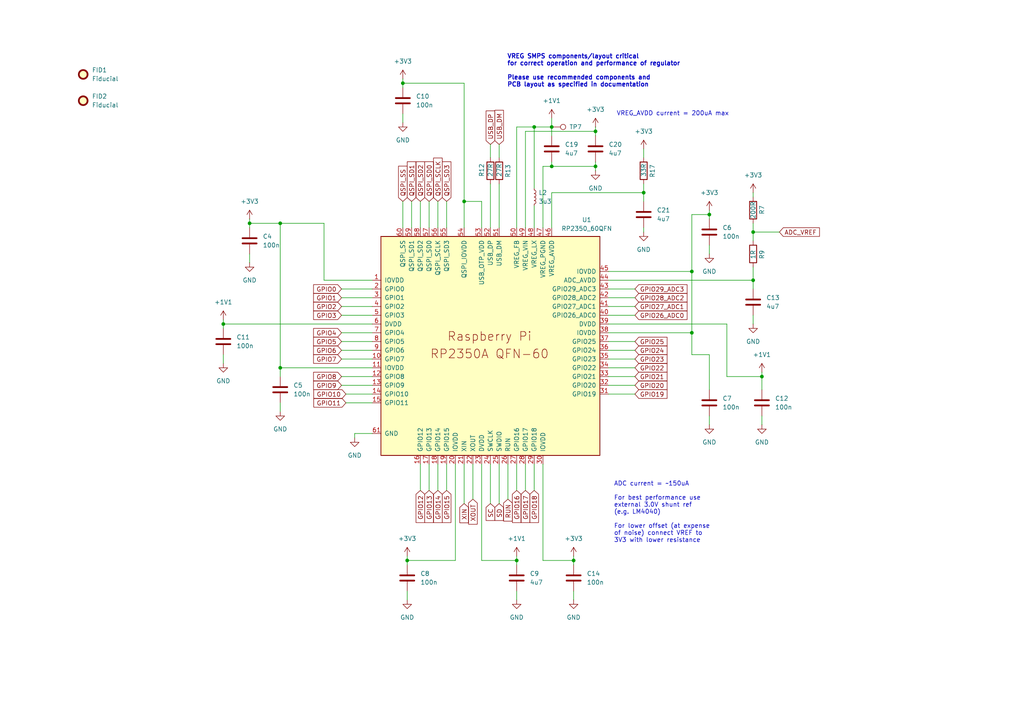
<source format=kicad_sch>
(kicad_sch (version 20231120) (generator "eeschema") (generator_version "8.0")
  (paper "A4")
  (title_block (title "project piCo 2 - RP2350") (date "2024-08-11") (rev "1") (company "Carlos Sabogal"))
  (lib_symbols
    (symbol "Connector:TestPoint" (pin_numbers hide) (pin_names (offset 0.762) hide)
      (property "Reference" "TP" (at 0 6.858 0))
      (property "Value" "TestPoint" (at 0 5.08 0))
      (symbol "TestPoint_0_1"
        (circle (center 0 3.302) (radius 0.762))
      )
      (symbol "TestPoint_1_1"
        (pin passive line (at 0 0 90) (length 2.54) (name "1") (number "1"))
      )
    )
    (symbol "Device:C" (pin_numbers hide) (pin_names (offset 0.254))
      (property "Reference" "C" (at 0.635 2.54 0))
      (property "Value" "C" (at 0.635 -2.54 0))
      (symbol "C_0_1"
        (polyline (pts (xy -2.032 -0.762) (xy 2.032 -0.762)) (stroke (width 0.508)))
        (polyline (pts (xy -2.032 0.762) (xy 2.032 0.762)) (stroke (width 0.508)))
      )
      (symbol "C_1_1"
        (pin passive line (at 0 3.81 270) (length 2.794) (name "~") (number "1"))
        (pin passive line (at 0 -3.81 90) (length 2.794) (name "~") (number "2"))
      )
    )
    (symbol "Device:L_Small" (pin_numbers hide) (pin_names (offset 0.254) hide)
      (property "Reference" "L" (at 0.762 1.016 0))
      (property "Value" "L_Small" (at 0.762 -1.016 0))
      (symbol "L_Small_0_1"
        (arc (start 0 -2.032) (mid 0.5058 -1.524) (end 0 -1.016))
        (arc (start 0 -1.016) (mid 0.5058 -0.508) (end 0 0))
        (arc (start 0 0) (mid 0.5058 0.508) (end 0 1.016))
        (arc (start 0 1.016) (mid 0.5058 1.524) (end 0 2.032))
      )
      (symbol "L_Small_1_1"
        (pin passive line (at 0 2.54 270) (length 0.508) (name "~") (number "1"))
        (pin passive line (at 0 -2.54 90) (length 0.508) (name "~") (number "2"))
      )
    )
    (symbol "Device:R" (pin_numbers hide) (pin_names (offset 0))
      (property "Reference" "R" (at 2.032 0 90))
      (property "Value" "R" (at 0 0 90))
      (symbol "R_0_1"
        (rectangle (start -1.016 -2.54) (end 1.016 2.54) (stroke (width 0.254)))
      )
      (symbol "R_1_1"
        (pin passive line (at 0 3.81 270) (length 1.27) (name "~") (number "1"))
        (pin passive line (at 0 -3.81 90) (length 1.27) (name "~") (number "2"))
      )
    )
    (symbol "GND_1" (power) (pin_numbers hide) (pin_names (offset 0) hide)
      (property "Value" "GND" (at 0 -3.81 0))
      (symbol "GND_1_0_1"
        (polyline (pts (xy 0 0) (xy 0 -1.27) (xy 1.27 -1.27) (xy 0 -2.54) (xy -1.27 -1.27) (xy 0 -1.27)))
      )
      (symbol "GND_1_1_1"
        (pin power_in line (at 0 0 270) (length 0) (name "~") (number "1"))
      )
    )
    (symbol "Mechanical:Fiducial" (exclude_from_sim yes) (in_bom no)
      (property "Reference" "FID" (at 0 5.08 0))
      (property "Value" "Fiducial" (at 0 3.175 0))
      (symbol "Fiducial_0_1"
        (circle (center 0 0) (radius 1.27) (stroke (width 0.508)) (fill (type background)))
      )
    )
    (symbol "Pico 2 C:RP2350_60QFN" (pin_names (offset 1.016))
      (property "Reference" "U" (at 23.114 52.07 0))
      (property "Value" "RP2350_60QFN" (at 29.718 50.038 0))
      (symbol "RP2350_60QFN_0_0"
        (text "Raspberry Pi" (at 2.286 19.304 0) (effects (font (size 2.54 2.54))))
      )
      (symbol "RP2350_60QFN_0_1"
        (rectangle (start -29.21 48.26) (end 34.29 -15.24) (stroke (width 0.254)) (fill (type background)))
      )
      (symbol "RP2350_60QFN_1_0"
        (text "RP2350A QFN-60" (at 2.286 14.224 0) (effects (font (size 2.54 2.54))))
      )
      (symbol "RP2350_60QFN_1_1"
        (pin power_in line (at -31.75 35.56 0) (length 2.54) (name "IOVDD") (number "1"))
        (pin bidirectional line (at -31.75 12.7 0) (length 2.54) (name "GPIO7") (number "10"))
        (pin power_in line (at -31.75 10.16 0) (length 2.54) (name "IOVDD") (number "11"))
        (pin bidirectional line (at -31.75 7.62 0) (length 2.54) (name "GPIO8") (number "12"))
        (pin bidirectional line (at -31.75 5.08 0) (length 2.54) (name "GPIO9") (number "13"))
        (pin bidirectional line (at -31.75 2.54 0) (length 2.54) (name "GPIO10") (number "14"))
        (pin bidirectional line (at -31.75 0 0) (length 2.54) (name "GPIO11") (number "15"))
        (pin bidirectional line (at -17.78 -17.78 90) (length 2.54) (name "GPIO12") (number "16"))
        (pin bidirectional line (at -15.24 -17.78 90) (length 2.54) (name "GPIO13") (number "17"))
        (pin bidirectional line (at -12.7 -17.78 90) (length 2.54) (name "GPIO14") (number "18"))
        (pin bidirectional line (at -10.16 -17.78 90) (length 2.54) (name "GPIO15") (number "19"))
        (pin bidirectional line (at -31.75 33.02 0) (length 2.54) (name "GPIO0") (number "2"))
        (pin power_in line (at -7.62 -17.78 90) (length 2.54) (name "IOVDD") (number "20"))
        (pin passive line (at -5.08 -17.78 90) (length 2.54) (name "XIN") (number "21"))
        (pin bidirectional line (at -2.54 -17.78 90) (length 2.54) (name "XOUT") (number "22"))
        (pin power_in line (at 0 -17.78 90) (length 2.54) (name "DVDD") (number "23"))
        (pin passive line (at 2.54 -17.78 90) (length 2.54) (name "SWCLK") (number "24"))
        (pin passive line (at 5.08 -17.78 90) (length 2.54) (name "SWDIO") (number "25"))
        (pin passive line (at 7.62 -17.78 90) (length 2.54) (name "RUN") (number "26"))
        (pin bidirectional line (at 10.16 -17.78 90) (length 2.54) (name "GPIO16") (number "27"))
        (pin bidirectional line (at 12.7 -17.78 90) (length 2.54) (name "GPIO17") (number "28"))
        (pin bidirectional line (at 15.24 -17.78 90) (length 2.54) (name "GPIO18") (number "29"))
        (pin bidirectional line (at -31.75 30.48 0) (length 2.54) (name "GPIO1") (number "3"))
        (pin power_in line (at 17.78 -17.78 90) (length 2.54) (name "IOVDD") (number "30"))
        (pin bidirectional line (at 36.83 2.54 180) (length 2.54) (name "GPIO19") (number "31"))
        (pin bidirectional line (at 36.83 5.08 180) (length 2.54) (name "GPIO20") (number "32"))
        (pin bidirectional line (at 36.83 7.62 180) (length 2.54) (name "GPIO21") (number "33"))
        (pin bidirectional line (at 36.83 10.16 180) (length 2.54) (name "GPIO22") (number "34"))
        (pin bidirectional line (at 36.83 12.7 180) (length 2.54) (name "GPIO23") (number "35"))
        (pin bidirectional line (at 36.83 15.24 180) (length 2.54) (name "GPIO24") (number "36"))
        (pin bidirectional line (at 36.83 17.78 180) (length 2.54) (name "GPIO25") (number "37"))
        (pin power_in line (at 36.83 20.32 180) (length 2.54) (name "IOVDD") (number "38"))
        (pin power_in line (at 36.83 22.86 180) (length 2.54) (name "DVDD") (number "39"))
        (pin bidirectional line (at -31.75 27.94 0) (length 2.54) (name "GPIO2") (number "4"))
        (pin bidirectional line (at 36.83 25.4 180) (length 2.54) (name "GPIO26_ADC0") (number "40"))
        (pin bidirectional line (at 36.83 27.94 180) (length 2.54) (name "GPIO27_ADC1") (number "41"))
        (pin bidirectional line (at 36.83 30.48 180) (length 2.54) (name "GPIO28_ADC2") (number "42"))
        (pin bidirectional line (at 36.83 33.02 180) (length 2.54) (name "GPIO29_ADC3") (number "43"))
        (pin power_in line (at 36.83 35.56 180) (length 2.54) (name "ADC_AVDD") (number "44"))
        (pin power_in line (at 36.83 38.1 180) (length 2.54) (name "IOVDD") (number "45"))
        (pin power_in line (at 20.32 50.8 270) (length 2.54) (name "VREG_AVDD") (number "46"))
        (pin power_in line (at 17.78 50.8 270) (length 2.54) (name "VREG_PGND") (number "47"))
        (pin power_in line (at 15.24 50.8 270) (length 2.54) (name "VREG_LX") (number "48"))
        (pin power_in line (at 12.7 50.8 270) (length 2.54) (name "VREG_VIN") (number "49"))
        (pin bidirectional line (at -31.75 25.4 0) (length 2.54) (name "GPIO3") (number "5"))
        (pin power_in line (at 10.16 50.8 270) (length 2.54) (name "VREG_FB") (number "50"))
        (pin bidirectional line (at 5.08 50.8 270) (length 2.54) (name "USB_DM") (number "51"))
        (pin bidirectional line (at 2.54 50.8 270) (length 2.54) (name "USB_DP") (number "52"))
        (pin power_in line (at 0 50.8 270) (length 2.54) (name "USB_OTP_VDD") (number "53"))
        (pin power_in line (at -5.08 50.8 270) (length 2.54) (name "QSPI_IOVDD") (number "54"))
        (pin passive line (at -10.16 50.8 270) (length 2.54) (name "QSPI_SD3") (number "55"))
        (pin passive line (at -12.7 50.8 270) (length 2.54) (name "QSPI_SCLK") (number "56"))
        (pin passive line (at -15.24 50.8 270) (length 2.54) (name "QSPI_SD0") (number "57"))
        (pin passive line (at -17.78 50.8 270) (length 2.54) (name "QSPI_SD2") (number "58"))
        (pin passive line (at -20.32 50.8 270) (length 2.54) (name "QSPI_SD1") (number "59"))
        (pin power_in line (at -31.75 22.86 0) (length 2.54) (name "DVDD") (number "6"))
        (pin passive line (at -22.86 50.8 270) (length 2.54) (name "QSPI_SS") (number "60"))
        (pin power_in line (at -31.75 -8.89 0) (length 2.54) (name "GND") (number "61"))
        (pin bidirectional line (at -31.75 20.32 0) (length 2.54) (name "GPIO4") (number "7"))
        (pin bidirectional line (at -31.75 17.78 0) (length 2.54) (name "GPIO5") (number "8"))
        (pin bidirectional line (at -31.75 15.24 0) (length 2.54) (name "GPIO6") (number "9"))
      )
    )
    (symbol "power:+1V1" (power) (pin_numbers hide) (pin_names (offset 0) hide)
      (property "Value" "+1V1" (at 0 3.556 0))
      (symbol "+1V1_0_1"
        (polyline (pts (xy -0.762 1.27) (xy 0 2.54)))
        (polyline (pts (xy 0 0) (xy 0 2.54)))
        (polyline (pts (xy 0 2.54) (xy 0.762 1.27)))
      )
      (symbol "+1V1_1_1"
        (pin power_in line (at 0 0 90) (length 0) (name "~") (number "1"))
      )
    )
    (symbol "power:+3V3" (power) (pin_numbers hide) (pin_names (offset 0) hide)
      (property "Value" "+3V3" (at 0 3.556 0))
      (symbol "+3V3_0_1"
        (polyline (pts (xy -0.762 1.27) (xy 0 2.54)))
        (polyline (pts (xy 0 0) (xy 0 2.54)))
        (polyline (pts (xy 0 2.54) (xy 0.762 1.27)))
      )
      (symbol "+3V3_1_1"
        (pin power_in line (at 0 0 90) (length 0) (name "~") (number "1"))
      )
    )
  )
  (junction (at 186.69 55.88))
  (junction (at 218.44 67.31))
  (junction (at 160.02 36.83))
  (junction (at 118.11 162.56))
  (junction (at 72.39 64.77))
  (junction (at 220.98 109.22))
  (junction (at 166.37 162.56))
  (junction (at 149.86 162.56))
  (junction (at 154.94 36.83))
  (junction (at 218.44 81.28))
  (junction (at 172.72 38.1))
  (junction (at 205.74 62.23))
  (junction (at 172.72 48.26))
  (junction (at 134.62 58.42))
  (junction (at 116.84 24.13))
  (junction (at 160.02 48.26))
  (junction (at 200.66 96.52))
  (junction (at 200.66 78.74))
  (junction (at 81.28 106.68))
  (junction (at 64.77 93.98))
  (junction (at 81.28 64.77))
  (wire (pts (xy 184.15 104.14) (xy 176.53 104.14)))
  (wire (pts (xy 81.28 64.77) (xy 81.28 106.68)))
  (wire (pts (xy 81.28 106.68) (xy 81.28 109.22)))
  (wire (pts (xy 121.92 142.24) (xy 121.92 134.62)))
  (wire (pts (xy 172.72 48.26) (xy 172.72 49.53)))
  (wire (pts (xy 176.53 96.52) (xy 200.66 96.52)))
  (wire (pts (xy 139.7 134.62) (xy 139.7 162.56)))
  (wire (pts (xy 160.02 34.29) (xy 160.02 36.83)))
  (wire (pts (xy 139.7 58.42) (xy 134.62 58.42)))
  (wire (pts (xy 99.06 91.44) (xy 107.95 91.44)))
  (wire (pts (xy 99.06 96.52) (xy 107.95 96.52)))
  (wire (pts (xy 127 58.42) (xy 127 66.04)))
  (wire (pts (xy 107.95 81.28) (xy 93.98 81.28)))
  (wire (pts (xy 186.69 43.18) (xy 186.69 45.72)))
  (wire (pts (xy 172.72 38.1) (xy 172.72 39.37)))
  (wire (pts (xy 116.84 24.13) (xy 116.84 25.4)))
  (wire (pts (xy 210.82 93.98) (xy 210.82 109.22)))
  (wire (pts (xy 149.86 161.29) (xy 149.86 162.56)))
  (wire (pts (xy 172.72 46.99) (xy 172.72 48.26)))
  (wire (pts (xy 118.11 161.29) (xy 118.11 162.56)))
  (wire (pts (xy 160.02 36.83) (xy 160.02 39.37)))
  (wire (pts (xy 134.62 58.42) (xy 134.62 24.13)))
  (wire (pts (xy 121.92 66.04) (xy 121.92 58.42)))
  (wire (pts (xy 152.4 142.24) (xy 152.4 134.62)))
  (wire (pts (xy 124.46 66.04) (xy 124.46 58.42)))
  (wire (pts (xy 107.95 125.73) (xy 102.87 125.73)))
  (wire (pts (xy 64.77 102.87) (xy 64.77 105.41)))
  (wire (pts (xy 116.84 22.86) (xy 116.84 24.13)))
  (wire (pts (xy 72.39 63.5) (xy 72.39 64.77)))
  (wire (pts (xy 184.15 111.76) (xy 176.53 111.76)))
  (wire (pts (xy 220.98 107.95) (xy 220.98 109.22)))
  (wire (pts (xy 139.7 66.04) (xy 139.7 58.42)))
  (wire (pts (xy 166.37 171.45) (xy 166.37 173.99)))
  (wire (pts (xy 157.48 134.62) (xy 157.48 162.56)))
  (wire (pts (xy 205.74 60.96) (xy 205.74 62.23)))
  (wire (pts (xy 64.77 93.98) (xy 64.77 95.25)))
  (wire (pts (xy 218.44 55.88) (xy 218.44 57.15)))
  (wire (pts (xy 172.72 36.83) (xy 172.72 38.1)))
  (wire (pts (xy 205.74 62.23) (xy 205.74 63.5)))
  (wire (pts (xy 99.06 109.22) (xy 107.95 109.22)))
  (wire (pts (xy 160.02 55.88) (xy 186.69 55.88)))
  (wire (pts (xy 184.15 99.06) (xy 176.53 99.06)))
  (wire (pts (xy 64.77 92.71) (xy 64.77 93.98)))
  (wire (pts (xy 200.66 78.74) (xy 200.66 62.23)))
  (wire (pts (xy 144.78 53.34) (xy 144.78 66.04)))
  (wire (pts (xy 149.86 36.83) (xy 149.86 66.04)))
  (wire (pts (xy 205.74 113.03) (xy 205.74 102.87)))
  (wire (pts (xy 218.44 81.28) (xy 218.44 83.82)))
  (wire (pts (xy 157.48 162.56) (xy 166.37 162.56)))
  (wire (pts (xy 152.4 38.1) (xy 172.72 38.1)))
  (wire (pts (xy 99.06 83.82) (xy 107.95 83.82)))
  (wire (pts (xy 144.78 134.62) (xy 144.78 146.05)))
  (wire (pts (xy 186.69 55.88) (xy 186.69 53.34)))
  (wire (pts (xy 81.28 106.68) (xy 107.95 106.68)))
  (wire (pts (xy 200.66 96.52) (xy 200.66 78.74)))
  (wire (pts (xy 116.84 33.02) (xy 116.84 35.56)))
  (wire (pts (xy 160.02 48.26) (xy 160.02 46.99)))
  (wire (pts (xy 218.44 64.77) (xy 218.44 67.31)))
  (wire (pts (xy 132.08 162.56) (xy 118.11 162.56)))
  (wire (pts (xy 149.86 162.56) (xy 149.86 163.83)))
  (wire (pts (xy 134.62 134.62) (xy 134.62 146.05)))
  (wire (pts (xy 218.44 67.31) (xy 226.06 67.31)))
  (wire (pts (xy 127 142.24) (xy 127 134.62)))
  (wire (pts (xy 184.15 88.9) (xy 176.53 88.9)))
  (wire (pts (xy 137.16 134.62) (xy 137.16 144.78)))
  (wire (pts (xy 81.28 116.84) (xy 81.28 119.38)))
  (wire (pts (xy 166.37 162.56) (xy 166.37 163.83)))
  (wire (pts (xy 72.39 64.77) (xy 81.28 64.77)))
  (wire (pts (xy 72.39 64.77) (xy 72.39 66.04)))
  (wire (pts (xy 172.72 48.26) (xy 160.02 48.26)))
  (wire (pts (xy 205.74 102.87) (xy 200.66 102.87)))
  (wire (pts (xy 99.06 101.6) (xy 107.95 101.6)))
  (wire (pts (xy 129.54 58.42) (xy 129.54 66.04)))
  (wire (pts (xy 184.15 101.6) (xy 176.53 101.6)))
  (wire (pts (xy 205.74 120.65) (xy 205.74 123.19)))
  (wire (pts (xy 93.98 81.28) (xy 93.98 64.77)))
  (wire (pts (xy 72.39 73.66) (xy 72.39 76.2)))
  (wire (pts (xy 139.7 162.56) (xy 149.86 162.56)))
  (wire (pts (xy 99.06 86.36) (xy 107.95 86.36)))
  (wire (pts (xy 132.08 134.62) (xy 132.08 162.56)))
  (wire (pts (xy 147.32 134.62) (xy 147.32 144.78)))
  (wire (pts (xy 218.44 91.44) (xy 218.44 93.98)))
  (wire (pts (xy 157.48 48.26) (xy 160.02 48.26)))
  (wire (pts (xy 142.24 134.62) (xy 142.24 146.05)))
  (wire (pts (xy 220.98 120.65) (xy 220.98 123.19)))
  (wire (pts (xy 64.77 93.98) (xy 107.95 93.98)))
  (wire (pts (xy 99.06 99.06) (xy 107.95 99.06)))
  (wire (pts (xy 154.94 36.83) (xy 154.94 54.61)))
  (wire (pts (xy 176.53 78.74) (xy 200.66 78.74)))
  (wire (pts (xy 118.11 162.56) (xy 118.11 163.83)))
  (wire (pts (xy 134.62 24.13) (xy 116.84 24.13)))
  (wire (pts (xy 210.82 109.22) (xy 220.98 109.22)))
  (wire (pts (xy 149.86 142.24) (xy 149.86 134.62)))
  (wire (pts (xy 142.24 53.34) (xy 142.24 66.04)))
  (wire (pts (xy 166.37 161.29) (xy 166.37 162.56)))
  (wire (pts (xy 200.66 102.87) (xy 200.66 96.52)))
  (wire (pts (xy 220.98 109.22) (xy 220.98 113.03)))
  (wire (pts (xy 186.69 67.31) (xy 186.69 66.04)))
  (wire (pts (xy 134.62 66.04) (xy 134.62 58.42)))
  (wire (pts (xy 184.15 114.3) (xy 176.53 114.3)))
  (wire (pts (xy 160.02 36.83) (xy 154.94 36.83)))
  (wire (pts (xy 119.38 66.04) (xy 119.38 58.42)))
  (wire (pts (xy 184.15 83.82) (xy 176.53 83.82)))
  (wire (pts (xy 154.94 36.83) (xy 149.86 36.83)))
  (wire (pts (xy 210.82 93.98) (xy 176.53 93.98)))
  (wire (pts (xy 184.15 86.36) (xy 176.53 86.36)))
  (wire (pts (xy 184.15 109.22) (xy 176.53 109.22)))
  (wire (pts (xy 157.48 66.04) (xy 157.48 48.26)))
  (wire (pts (xy 205.74 71.12) (xy 205.74 73.66)))
  (wire (pts (xy 144.78 41.91) (xy 144.78 45.72)))
  (wire (pts (xy 116.84 66.04) (xy 116.84 58.42)))
  (wire (pts (xy 154.94 59.69) (xy 154.94 66.04)))
  (wire (pts (xy 218.44 67.31) (xy 218.44 69.85)))
  (wire (pts (xy 142.24 41.91) (xy 142.24 45.72)))
  (wire (pts (xy 102.87 125.73) (xy 102.87 127)))
  (wire (pts (xy 152.4 66.04) (xy 152.4 38.1)))
  (wire (pts (xy 99.06 111.76) (xy 107.95 111.76)))
  (wire (pts (xy 100.33 116.84) (xy 107.95 116.84)))
  (wire (pts (xy 160.02 66.04) (xy 160.02 55.88)))
  (wire (pts (xy 154.94 142.24) (xy 154.94 134.62)))
  (wire (pts (xy 186.69 55.88) (xy 186.69 58.42)))
  (wire (pts (xy 184.15 91.44) (xy 176.53 91.44)))
  (wire (pts (xy 218.44 81.28) (xy 218.44 77.47)))
  (wire (pts (xy 100.33 114.3) (xy 107.95 114.3)))
  (wire (pts (xy 124.46 142.24) (xy 124.46 134.62)))
  (wire (pts (xy 118.11 171.45) (xy 118.11 173.99)))
  (wire (pts (xy 99.06 104.14) (xy 107.95 104.14)))
  (wire (pts (xy 149.86 171.45) (xy 149.86 173.99)))
  (wire (pts (xy 93.98 64.77) (xy 81.28 64.77)))
  (wire (pts (xy 184.15 106.68) (xy 176.53 106.68)))
  (wire (pts (xy 200.66 62.23) (xy 205.74 62.23)))
  (wire (pts (xy 99.06 88.9) (xy 107.95 88.9)))
  (wire (pts (xy 176.53 81.28) (xy 218.44 81.28)))
  (wire (pts (xy 129.54 142.24) (xy 129.54 134.62)))
  (text "VREG SMPS components/layout critical\nfor correct operation and performance of regulator\n\nPlease use recommended components and\nPCB layout as specified in documentation" (at 147.066 20.574 0) (effects (font (size 1.27 1.27) (thickness 0.254) (bold yes)) (justify left)))
  (text "ADC current = ~150uA\n\nFor best performance use\nexternal 3.0V shunt ref\n(e.g. LM4040)\n\nFor lower offset (at expense\nof noise) connect VREF to\n3V3 with lower resistance\n" (at 178.054 148.59 0) (effects (font (size 1.27 1.27)) (justify left)))
  (text "VREG_AVDD current = 200uA max" (at 178.816 33.02 0) (effects (font (size 1.27 1.27)) (justify left)))
  (global_label "GPIO16" (shape input) (at 149.86 142.24 270) (property "Intersheetrefs" "${INTERSHEET_REFS}" (effects (hide yes))))
  (global_label "QSPI_SD0" (shape input) (at 124.46 58.42 90) (property "Intersheetrefs" "${INTERSHEET_REFS}" (effects (hide yes))))
  (global_label "GPIO13" (shape input) (at 124.46 142.24 270) (property "Intersheetrefs" "${INTERSHEET_REFS}" (effects (hide yes))))
  (global_label "QSPI_SD1" (shape input) (at 119.38 58.42 90) (property "Intersheetrefs" "${INTERSHEET_REFS}" (effects (hide yes))))
  (global_label "GPIO8" (shape input) (at 99.06 109.22 180) (property "Intersheetrefs" "${INTERSHEET_REFS}" (effects (hide yes))))
  (global_label "SD" (shape input) (at 144.78 146.05 270) (property "Intersheetrefs" "${INTERSHEET_REFS}" (effects (hide yes))))
  (global_label "GPIO1" (shape input) (at 99.06 86.36 180) (property "Intersheetrefs" "${INTERSHEET_REFS}" (effects (hide yes))))
  (global_label "GPIO9" (shape input) (at 99.06 111.76 180) (property "Intersheetrefs" "${INTERSHEET_REFS}" (effects (hide yes))))
  (global_label "USB_DM" (shape input) (at 144.78 41.91 90) (property "Intersheetrefs" "${INTERSHEET_REFS}" (effects (hide yes))))
  (global_label "GPIO29_ADC3" (shape input) (at 184.15 83.82 0) (property "Intersheetrefs" "${INTERSHEET_REFS}" (effects (hide yes))))
  (global_label "RUN" (shape input) (at 147.32 144.78 270) (property "Intersheetrefs" "${INTERSHEET_REFS}" (effects (hide yes))))
  (global_label "USB_DP" (shape input) (at 142.24 41.91 90) (property "Intersheetrefs" "${INTERSHEET_REFS}" (effects (hide yes))))
  (global_label "GPIO19" (shape input) (at 184.15 114.3 0) (property "Intersheetrefs" "${INTERSHEET_REFS}" (effects (hide yes))))
  (global_label "GPIO18" (shape input) (at 154.94 142.24 270) (property "Intersheetrefs" "${INTERSHEET_REFS}" (effects (hide yes))))
  (global_label "QSPI_SD2" (shape input) (at 121.92 58.42 90) (property "Intersheetrefs" "${INTERSHEET_REFS}" (effects (hide yes))))
  (global_label "GPIO22" (shape input) (at 184.15 106.68 0) (property "Intersheetrefs" "${INTERSHEET_REFS}" (effects (hide yes))))
  (global_label "ADC_VREF" (shape input) (at 226.06 67.31 0) (property "Intersheetrefs" "${INTERSHEET_REFS}" (effects (hide yes))))
  (global_label "QSPI_SD3" (shape input) (at 129.54 58.42 90) (property "Intersheetrefs" "${INTERSHEET_REFS}" (effects (hide yes))))
  (global_label "GPIO24" (shape input) (at 184.15 101.6 0) (property "Intersheetrefs" "${INTERSHEET_REFS}" (effects (hide yes))))
  (global_label "GPIO0" (shape input) (at 99.06 83.82 180) (property "Intersheetrefs" "${INTERSHEET_REFS}" (effects (hide yes))))
  (global_label "GPIO23" (shape input) (at 184.15 104.14 0) (property "Intersheetrefs" "${INTERSHEET_REFS}" (effects (hide yes))))
  (global_label "GPIO2" (shape input) (at 99.06 88.9 180) (property "Intersheetrefs" "${INTERSHEET_REFS}" (effects (hide yes))))
  (global_label "GPIO21" (shape input) (at 184.15 109.22 0) (property "Intersheetrefs" "${INTERSHEET_REFS}" (effects (hide yes))))
  (global_label "GPIO3" (shape input) (at 99.06 91.44 180) (property "Intersheetrefs" "${INTERSHEET_REFS}" (effects (hide yes))))
  (global_label "XIN" (shape input) (at 134.62 146.05 270) (property "Intersheetrefs" "${INTERSHEET_REFS}" (effects (hide yes))))
  (global_label "GPIO5" (shape input) (at 99.06 99.06 180) (property "Intersheetrefs" "${INTERSHEET_REFS}" (effects (hide yes))))
  (global_label "GPIO17" (shape input) (at 152.4 142.24 270) (property "Intersheetrefs" "${INTERSHEET_REFS}" (effects (hide yes))))
  (global_label "GPIO15" (shape input) (at 129.54 142.24 270) (property "Intersheetrefs" "${INTERSHEET_REFS}" (effects (hide yes))))
  (global_label "GPIO20" (shape input) (at 184.15 111.76 0) (property "Intersheetrefs" "${INTERSHEET_REFS}" (effects (hide yes))))
  (global_label "QSPI_SCLK" (shape input) (at 127 58.42 90) (property "Intersheetrefs" "${INTERSHEET_REFS}" (effects (hide yes))))
  (global_label "GPIO7" (shape input) (at 99.06 104.14 180) (property "Intersheetrefs" "${INTERSHEET_REFS}" (effects (hide yes))))
  (global_label "GPIO14" (shape input) (at 127 142.24 270) (property "Intersheetrefs" "${INTERSHEET_REFS}" (effects (hide yes))))
  (global_label "QSPI_SS" (shape input) (at 116.84 58.42 90) (property "Intersheetrefs" "${INTERSHEET_REFS}" (effects (hide yes))))
  (global_label "GPIO27_ADC1" (shape input) (at 184.15 88.9 0) (property "Intersheetrefs" "${INTERSHEET_REFS}" (effects (hide yes))))
  (global_label "GPIO10" (shape input) (at 100.33 114.3 180) (property "Intersheetrefs" "${INTERSHEET_REFS}" (effects (hide yes))))
  (global_label "GPIO28_ADC2" (shape input) (at 184.15 86.36 0) (property "Intersheetrefs" "${INTERSHEET_REFS}" (effects (hide yes))))
  (global_label "XOUT" (shape input) (at 137.16 144.78 270) (property "Intersheetrefs" "${INTERSHEET_REFS}" (effects (hide yes))))
  (global_label "GPIO25" (shape input) (at 184.15 99.06 0) (property "Intersheetrefs" "${INTERSHEET_REFS}" (effects (hide yes))))
  (global_label "GPIO26_ADC0" (shape input) (at 184.15 91.44 0) (property "Intersheetrefs" "${INTERSHEET_REFS}" (effects (hide yes))))
  (global_label "GPIO12" (shape input) (at 121.92 142.24 270) (property "Intersheetrefs" "${INTERSHEET_REFS}" (effects (hide yes))))
  (global_label "GPIO4" (shape input) (at 99.06 96.52 180) (property "Intersheetrefs" "${INTERSHEET_REFS}" (effects (hide yes))))
  (global_label "GPIO11" (shape input) (at 100.33 116.84 180) (property "Intersheetrefs" "${INTERSHEET_REFS}" (effects (hide yes))))
  (global_label "SC" (shape input) (at 142.24 146.05 270) (property "Intersheetrefs" "${INTERSHEET_REFS}" (effects (hide yes))))
  (global_label "GPIO6" (shape input) (at 99.06 101.6 180) (property "Intersheetrefs" "${INTERSHEET_REFS}" (effects (hide yes))))
  (symbol (lib_id "power:+1V1") (at 160.02 34.29 0) (unit 1)
    (property "Reference" "#PWR035" (effects (hide yes)))
    (property "Value" "+1V1" (at 160.02 29.21 0))
    (property "Description" "Power symbol creates a global label with name \"+1V1\"" (effects (hide yes)))
  )
  (symbol (lib_id "Device:R") (at 218.44 60.96 0) (unit 1)
    (property "Reference" "R7" (at 220.98 62.23 90) (effects (justify left)))
    (property "Value" "200R" (at 218.44 63.5 90) (effects (justify left)))
    (property "Footprint" "Resistor_SMD:R_0402_1005Metric" (effects (hide yes)))
    (property "Description" "Resistor" (effects (hide yes)))
  )
  (symbol (lib_id "Device:R") (at 186.69 49.53 0) (unit 1)
    (property "Reference" "R17" (at 189.23 51.562 90) (effects (justify left)))
    (property "Value" "33R" (at 186.69 51.308 90) (effects (justify left)))
    (property "Footprint" "Resistor_SMD:R_0402_1005Metric" (effects (hide yes)))
    (property "Description" "Resistor" (effects (hide yes)))
  )
  (symbol (lib_name "GND_1") (lib_id "power:GND") (at 81.28 119.38 0) (mirror y) (unit 1)
    (property "Reference" "#PWR054" (effects (hide yes)))
    (property "Value" "GND" (at 81.28 124.46 0))
    (property "Description" "Power symbol creates a global label with name \"GND\" , ground" (effects (hide yes)))
  )
  (symbol (lib_id "power:+3V3") (at 218.44 55.88 0) (unit 1)
    (property "Reference" "#PWR042" (effects (hide yes)))
    (property "Value" "+3V3" (at 218.44 50.8 0))
    (property "Description" "Power symbol creates a global label with name \"+3V3\"" (effects (hide yes)))
  )
  (symbol (lib_name "GND_1") (lib_id "power:GND") (at 72.39 76.2 0) (mirror y) (unit 1)
    (property "Reference" "#PWR056" (effects (hide yes)))
    (property "Value" "GND" (at 72.39 81.28 0))
    (property "Description" "Power symbol creates a global label with name \"GND\" , ground" (effects (hide yes)))
  )
  (symbol (lib_id "power:+3V3") (at 166.37 161.29 0) (unit 1)
    (property "Reference" "#PWR049" (effects (hide yes)))
    (property "Value" "+3V3" (at 166.37 156.21 0))
    (property "Description" "Power symbol creates a global label with name \"+3V3\"" (effects (hide yes)))
  )
  (symbol (lib_id "Mechanical:Fiducial") (at 24.13 21.59 0) (unit 1) (exclude_from_sim yes) (in_bom no)
    (property "Reference" "FID1" (at 26.67 20.3199 0) (effects (justify left)))
    (property "Value" "Fiducial" (at 26.67 22.8599 0) (effects (justify left)))
    (property "Footprint" "Fiducial:Fiducial_1mm_Mask2mm" (effects (hide yes)))
    (property "Description" "Fiducial Marker" (effects (hide yes)))
  )
  (symbol (lib_id "power:+3V3") (at 118.11 161.29 0) (unit 1)
    (property "Reference" "#PWR047" (effects (hide yes)))
    (property "Value" "+3V3" (at 118.11 156.21 0))
    (property "Description" "Power symbol creates a global label with name \"+3V3\"" (effects (hide yes)))
  )
  (symbol (lib_name "GND_1") (lib_id "power:GND") (at 205.74 73.66 0) (mirror y) (unit 1)
    (property "Reference" "#PWR041" (effects (hide yes)))
    (property "Value" "GND" (at 205.74 78.74 0))
    (property "Description" "Power symbol creates a global label with name \"GND\" , ground" (effects (hide yes)))
  )
  (symbol (lib_id "Device:C") (at 186.69 62.23 0) (unit 1)
    (property "Reference" "C21" (at 190.5 60.9599 0) (effects (justify left)))
    (property "Value" "4u7" (at 190.5 63.4999 0) (effects (justify left)))
    (property "Footprint" "Capacitor_SMD:C_0402_1005Metric" (effects (hide yes)))
    (property "Description" "Unpolarized capacitor" (effects (hide yes)))
  )
  (symbol (lib_name "GND_1") (lib_id "power:GND") (at 205.74 123.19 0) (mirror y) (unit 1)
    (property "Reference" "#PWR044" (effects (hide yes)))
    (property "Value" "GND" (at 205.74 128.27 0))
    (property "Description" "Power symbol creates a global label with name \"GND\" , ground" (effects (hide yes)))
  )
  (symbol (lib_id "Connector:TestPoint") (at 160.02 36.83 270) (unit 1)
    (property "Reference" "TP7" (at 165.1 36.83 90) (effects (justify left)))
    (property "Value" "TestPoint" (effects (hide yes)))
    (property "Footprint" "TestPoint:TestPoint_Pad_1.5x1.5mm" (effects (hide yes)))
  )
  (symbol (lib_id "Device:R") (at 218.44 73.66 0) (unit 1)
    (property "Reference" "R9" (at 220.98 75.184 90) (effects (justify left)))
    (property "Value" "1R" (at 218.44 75.184 90) (effects (justify left)))
    (property "Footprint" "Resistor_SMD:R_0201_0603Metric" (effects (hide yes)))
    (property "Description" "Resistor" (effects (hide yes)))
  )
  (symbol (lib_id "power:+3V3") (at 205.74 60.96 0) (unit 1)
    (property "Reference" "#PWR040" (effects (hide yes)))
    (property "Value" "+3V3" (at 205.74 55.88 0))
    (property "Description" "Power symbol creates a global label with name \"+3V3\"" (effects (hide yes)))
  )
  (symbol (lib_id "Device:C") (at 149.86 167.64 0) (unit 1)
    (property "Reference" "C9" (at 153.67 166.3699 0) (effects (justify left)))
    (property "Value" "4u7" (at 153.67 168.9099 0) (effects (justify left)))
    (property "Footprint" "Capacitor_SMD:C_0201_0603Metric" (effects (hide yes)))
    (property "Description" "Unpolarized capacitor" (effects (hide yes)))
  )
  (symbol (lib_id "Device:C") (at 205.74 116.84 0) (unit 1)
    (property "Reference" "C7" (at 209.55 115.5699 0) (effects (justify left)))
    (property "Value" "100n" (at 209.55 118.1099 0) (effects (justify left)))
    (property "Footprint" "Capacitor_SMD:C_0201_0603Metric" (effects (hide yes)))
    (property "Description" "Unpolarized capacitor" (effects (hide yes)))
  )
  (symbol (lib_name "GND_1") (lib_id "power:GND") (at 102.87 127 0) (mirror y) (unit 1)
    (property "Reference" "#PWR032" (effects (hide yes)))
    (property "Value" "GND" (at 102.87 132.08 0))
    (property "Description" "Power symbol creates a global label with name \"GND\" , ground" (effects (hide yes)))
  )
  (symbol (lib_id "power:+1V1") (at 64.77 92.71 0) (unit 1)
    (property "Reference" "#PWR053" (effects (hide yes)))
    (property "Value" "+1V1" (at 64.77 87.63 0))
    (property "Description" "Power symbol creates a global label with name \"+1V1\"" (effects (hide yes)))
  )
  (symbol (lib_id "Device:L_Small") (at 154.94 57.15 0) (unit 1)
    (property "Reference" "L2" (at 156.21 55.8799 0) (effects (justify left)))
    (property "Value" "3u3" (at 156.21 58.4199 0) (effects (justify left)))
    (property "Footprint" "Inductor_SMD:L_0603_1608Metric" (effects (hide yes)))
    (property "Description" "Inductor, small symbol" (effects (hide yes)))
  )
  (symbol (lib_id "Pico 2 C:RP2350_60QFN") (at 139.7 116.84 0) (unit 1)
    (property "Reference" "U1" (at 170.18 63.754 0))
    (property "Value" "RP2350_60QFN" (at 170.18 66.294 0))
    (property "Footprint" "Pico 2 C:RP2350-QFN-60-1EP_7x7_P0.4mm_EP3.4x3.4mm_ThermalVias" (effects (hide yes)))
  )
  (symbol (lib_name "GND_1") (lib_id "power:GND") (at 172.72 49.53 0) (mirror y) (unit 1)
    (property "Reference" "#PWR037" (effects (hide yes)))
    (property "Value" "GND" (at 172.72 54.61 0))
    (property "Description" "Power symbol creates a global label with name \"GND\" , ground" (effects (hide yes)))
  )
  (symbol (lib_name "GND_1") (lib_id "power:GND") (at 64.77 105.41 0) (mirror y) (unit 1)
    (property "Reference" "#PWR057" (effects (hide yes)))
    (property "Value" "GND" (at 64.77 110.49 0))
    (property "Description" "Power symbol creates a global label with name \"GND\" , ground" (effects (hide yes)))
  )
  (symbol (lib_name "GND_1") (lib_id "power:GND") (at 118.11 173.99 0) (mirror y) (unit 1)
    (property "Reference" "#PWR048" (effects (hide yes)))
    (property "Value" "GND" (at 118.11 179.07 0))
    (property "Description" "Power symbol creates a global label with name \"GND\" , ground" (effects (hide yes)))
  )
  (symbol (lib_id "Device:C") (at 220.98 116.84 0) (unit 1)
    (property "Reference" "C12" (at 224.79 115.5699 0) (effects (justify left)))
    (property "Value" "100n" (at 224.79 118.1099 0) (effects (justify left)))
    (property "Footprint" "Capacitor_SMD:C_0201_0603Metric" (effects (hide yes)))
    (property "Description" "Unpolarized capacitor" (effects (hide yes)))
  )
  (symbol (lib_id "power:+3V3") (at 172.72 36.83 0) (unit 1)
    (property "Reference" "#PWR036" (effects (hide yes)))
    (property "Value" "+3V3" (at 172.72 31.75 0))
    (property "Description" "Power symbol creates a global label with name \"+3V3\"" (effects (hide yes)))
  )
  (symbol (lib_id "power:+3V3") (at 116.84 22.86 0) (unit 1)
    (property "Reference" "#PWR034" (effects (hide yes)))
    (property "Value" "+3V3" (at 116.84 17.78 0))
    (property "Description" "Power symbol creates a global label with name \"+3V3\"" (effects (hide yes)))
  )
  (symbol (lib_id "Mechanical:Fiducial") (at 24.13 29.21 0) (unit 1) (exclude_from_sim yes) (in_bom no)
    (property "Reference" "FID2" (at 26.67 27.9399 0) (effects (justify left)))
    (property "Value" "Fiducial" (at 26.67 30.4799 0) (effects (justify left)))
    (property "Footprint" "Fiducial:Fiducial_1mm_Mask2mm" (effects (hide yes)))
    (property "Description" "Fiducial Marker" (effects (hide yes)))
  )
  (symbol (lib_id "power:+3V3") (at 186.69 43.18 0) (unit 1)
    (property "Reference" "#PWR038" (effects (hide yes)))
    (property "Value" "+3V3" (at 186.69 38.1 0))
    (property "Description" "Power symbol creates a global label with name \"+3V3\"" (effects (hide yes)))
  )
  (symbol (lib_id "Device:C") (at 172.72 43.18 0) (unit 1)
    (property "Reference" "C20" (at 176.53 41.9099 0) (effects (justify left)))
    (property "Value" "4u7" (at 176.53 44.4499 0) (effects (justify left)))
    (property "Footprint" "Capacitor_SMD:C_0402_1005Metric" (effects (hide yes)))
    (property "Description" "Unpolarized capacitor" (effects (hide yes)))
  )
  (symbol (lib_id "Device:R") (at 142.24 49.53 0) (unit 1)
    (property "Reference" "R12" (at 139.7 51.308 90) (effects (justify left)))
    (property "Value" "27R" (at 142.24 51.308 90) (effects (justify left)))
    (property "Footprint" "Resistor_SMD:R_0201_0603Metric" (effects (hide yes)))
    (property "Description" "Resistor" (effects (hide yes)))
  )
  (symbol (lib_name "GND_1") (lib_id "power:GND") (at 220.98 123.19 0) (mirror y) (unit 1)
    (property "Reference" "#PWR045" (effects (hide yes)))
    (property "Value" "GND" (at 220.98 128.27 0))
    (property "Description" "Power symbol creates a global label with name \"GND\" , ground" (effects (hide yes)))
  )
  (symbol (lib_id "power:+1V1") (at 149.86 161.29 0) (unit 1)
    (property "Reference" "#PWR052" (effects (hide yes)))
    (property "Value" "+1V1" (at 149.86 156.21 0))
    (property "Description" "Power symbol creates a global label with name \"+1V1\"" (effects (hide yes)))
  )
  (symbol (lib_name "GND_1") (lib_id "power:GND") (at 166.37 173.99 0) (mirror y) (unit 1)
    (property "Reference" "#PWR050" (effects (hide yes)))
    (property "Value" "GND" (at 166.37 179.07 0))
    (property "Description" "Power symbol creates a global label with name \"GND\" , ground" (effects (hide yes)))
  )
  (symbol (lib_id "Device:C") (at 64.77 99.06 0) (unit 1)
    (property "Reference" "C11" (at 68.58 97.7899 0) (effects (justify left)))
    (property "Value" "100n" (at 68.58 100.3299 0) (effects (justify left)))
    (property "Footprint" "Capacitor_SMD:C_0201_0603Metric" (effects (hide yes)))
    (property "Description" "Unpolarized capacitor" (effects (hide yes)))
  )
  (symbol (lib_id "Device:C") (at 166.37 167.64 0) (unit 1)
    (property "Reference" "C14" (at 170.18 166.3699 0) (effects (justify left)))
    (property "Value" "100n" (at 170.18 168.9099 0) (effects (justify left)))
    (property "Footprint" "Capacitor_SMD:C_0201_0603Metric" (effects (hide yes)))
    (property "Description" "Unpolarized capacitor" (effects (hide yes)))
  )
  (symbol (lib_id "power:+3V3") (at 72.39 63.5 0) (unit 1)
    (property "Reference" "#PWR055" (effects (hide yes)))
    (property "Value" "+3V3" (at 72.39 58.42 0))
    (property "Description" "Power symbol creates a global label with name \"+3V3\"" (effects (hide yes)))
  )
  (symbol (lib_id "Device:C") (at 205.74 67.31 0) (unit 1)
    (property "Reference" "C6" (at 209.55 66.0399 0) (effects (justify left)))
    (property "Value" "100n" (at 209.55 68.5799 0) (effects (justify left)))
    (property "Footprint" "Capacitor_SMD:C_0201_0603Metric" (effects (hide yes)))
    (property "Description" "Unpolarized capacitor" (effects (hide yes)))
  )
  (symbol (lib_id "Device:C") (at 81.28 113.03 0) (unit 1)
    (property "Reference" "C5" (at 85.09 111.7599 0) (effects (justify left)))
    (property "Value" "100n" (at 85.09 114.2999 0) (effects (justify left)))
    (property "Footprint" "Capacitor_SMD:C_0201_0603Metric" (effects (hide yes)))
    (property "Description" "Unpolarized capacitor" (effects (hide yes)))
  )
  (symbol (lib_id "Device:R") (at 144.78 49.53 0) (unit 1)
    (property "Reference" "R13" (at 147.32 51.562 90) (effects (justify left)))
    (property "Value" "27R" (at 144.78 51.308 90) (effects (justify left)))
    (property "Footprint" "Resistor_SMD:R_0201_0603Metric" (effects (hide yes)))
    (property "Description" "Resistor" (effects (hide yes)))
  )
  (symbol (lib_name "GND_1") (lib_id "power:GND") (at 218.44 93.98 0) (mirror y) (unit 1)
    (property "Reference" "#PWR043" (effects (hide yes)))
    (property "Value" "GND" (at 218.44 99.06 0))
    (property "Description" "Power symbol creates a global label with name \"GND\" , ground" (effects (hide yes)))
  )
  (symbol (lib_name "GND_1") (lib_id "power:GND") (at 149.86 173.99 0) (mirror y) (unit 1)
    (property "Reference" "#PWR051" (effects (hide yes)))
    (property "Value" "GND" (at 149.86 179.07 0))
    (property "Description" "Power symbol creates a global label with name \"GND\" , ground" (effects (hide yes)))
  )
  (symbol (lib_id "Device:C") (at 160.02 43.18 0) (unit 1)
    (property "Reference" "C19" (at 163.83 41.9099 0) (effects (justify left)))
    (property "Value" "4u7" (at 163.83 44.4499 0) (effects (justify left)))
    (property "Footprint" "Capacitor_SMD:C_0402_1005Metric" (effects (hide yes)))
    (property "Description" "Unpolarized capacitor" (effects (hide yes)))
  )
  (symbol (lib_id "power:+1V1") (at 220.98 107.95 0) (unit 1)
    (property "Reference" "#PWR046" (effects (hide yes)))
    (property "Value" "+1V1" (at 220.98 102.87 0))
    (property "Description" "Power symbol creates a global label with name \"+1V1\"" (effects (hide yes)))
  )
  (symbol (lib_id "Device:C") (at 72.39 69.85 0) (unit 1)
    (property "Reference" "C4" (at 76.2 68.5799 0) (effects (justify left)))
    (property "Value" "100n" (at 76.2 71.1199 0) (effects (justify left)))
    (property "Footprint" "Capacitor_SMD:C_0201_0603Metric" (effects (hide yes)))
    (property "Description" "Unpolarized capacitor" (effects (hide yes)))
  )
  (symbol (lib_id "Device:C") (at 118.11 167.64 0) (unit 1)
    (property "Reference" "C8" (at 121.92 166.3699 0) (effects (justify left)))
    (property "Value" "100n" (at 121.92 168.9099 0) (effects (justify left)))
    (property "Footprint" "Capacitor_SMD:C_0201_0603Metric" (effects (hide yes)))
    (property "Description" "Unpolarized capacitor" (effects (hide yes)))
  )
  (symbol (lib_name "GND_1") (lib_id "power:GND") (at 186.69 67.31 0) (mirror y) (unit 1)
    (property "Reference" "#PWR039" (effects (hide yes)))
    (property "Value" "GND" (at 186.69 72.39 0))
    (property "Description" "Power symbol creates a global label with name \"GND\" , ground" (effects (hide yes)))
  )
  (symbol (lib_name "GND_1") (lib_id "power:GND") (at 116.84 35.56 0) (mirror y) (unit 1)
    (property "Reference" "#PWR033" (effects (hide yes)))
    (property "Value" "GND" (at 116.84 40.64 0))
    (property "Description" "Power symbol creates a global label with name \"GND\" , ground" (effects (hide yes)))
  )
  (symbol (lib_id "Device:C") (at 116.84 29.21 0) (unit 1)
    (property "Reference" "C10" (at 120.65 27.9399 0) (effects (justify left)))
    (property "Value" "100n" (at 120.65 30.4799 0) (effects (justify left)))
    (property "Footprint" "Capacitor_SMD:C_0201_0603Metric" (effects (hide yes)))
    (property "Description" "Unpolarized capacitor" (effects (hide yes)))
  )
  (symbol (lib_id "Device:C") (at 218.44 87.63 0) (unit 1)
    (property "Reference" "C13" (at 222.25 86.3599 0) (effects (justify left)))
    (property "Value" "4u7" (at 222.25 88.8999 0) (effects (justify left)))
    (property "Footprint" "Capacitor_SMD:C_0402_1005Metric" (effects (hide yes)))
    (property "Description" "Unpolarized capacitor" (effects (hide yes)))
  )
)
</source>
